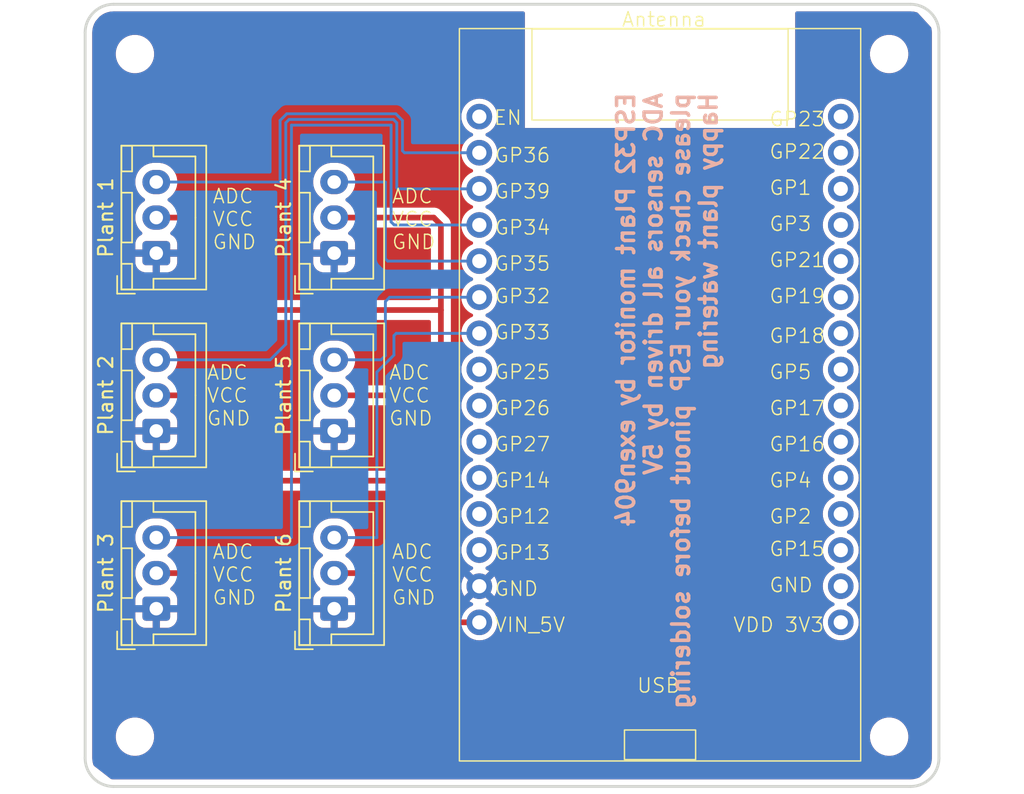
<source format=kicad_pcb>
(kicad_pcb (version 20240108) (generator "pcbnew") (generator_version "8.0")
  (layers (0 "F.Cu" signal) (31 "B.Cu" signal) (34 "B.Paste" user) (35 "F.Paste" user) (36 "B.SilkS" user "B.Silkscreen") (37 "F.SilkS" user "F.Silkscreen") (38 "B.Mask" user) (39 "F.Mask" user) (44 "Edge.Cuts" user))
  (net 0 "")
  (net 1 "/ADC1")
  (net 2 "/GND")
  (net 3 "/VCC")
  (net 4 "/ADC2")
  (net 5 "/ADC3")
  (net 6 "/ADC4")
  (net 29 "/ADC5")
  (net 30 "/ADC6")
  (footprint "Connector_JST:JST_XH_B3B-XH-A_1x03_P2.50mm_Vertical" (layer "F.Cu") (at 125 85 90)
    (property "Reference" "Plant 4" (at 2.5 -3.55 90) (layer "F.SilkS"))
    (property "Value" "Conn_01x03_Pin")
    (fp_line (start -1.6 -2.75) (end -2.85 -2.75) (stroke (width 0.12)) (layer "F.SilkS"))
    (fp_line (start -2.85 -2.75) (end -2.85 -1.5) (stroke (width 0.12)) (layer "F.SilkS"))
    (fp_line (start 7.56 -2.46) (end -2.56 -2.46) (stroke (width 0.12)) (layer "F.SilkS"))
    (fp_line (start -2.56 -2.46) (end -2.56 3.51) (stroke (width 0.12)) (layer "F.SilkS"))
    (fp_line (start 7.55 -2.45) (end 5.75 -2.45) (stroke (width 0.12)) (layer "F.SilkS"))
    (fp_line (start 5.75 -2.45) (end 5.75 -1.7) (stroke (width 0.12)) (layer "F.SilkS"))
    (fp_line (start 4.25 -2.45) (end 0.75 -2.45) (stroke (width 0.12)) (layer "F.SilkS"))
    (fp_line (start 0.75 -2.45) (end 0.75 -1.7) (stroke (width 0.12)) (layer "F.SilkS"))
    (fp_line (start -0.75 -2.45) (end -2.55 -2.45) (stroke (width 0.12)) (layer "F.SilkS"))
    (fp_line (start -2.55 -2.45) (end -2.55 -1.7) (stroke (width 0.12)) (layer "F.SilkS"))
    (fp_line (start 7.55 -1.7) (end 7.55 -2.45) (stroke (width 0.12)) (layer "F.SilkS"))
    (fp_line (start 5.75 -1.7) (end 7.55 -1.7) (stroke (width 0.12)) (layer "F.SilkS"))
    (fp_line (start 4.25 -1.7) (end 4.25 -2.45) (stroke (width 0.12)) (layer "F.SilkS"))
    (fp_line (start 0.75 -1.7) (end 4.25 -1.7) (stroke (width 0.12)) (layer "F.SilkS"))
    (fp_line (start -0.75 -1.7) (end -0.75 -2.45) (stroke (width 0.12)) (layer "F.SilkS"))
    (fp_line (start -2.55 -1.7) (end -0.75 -1.7) (stroke (width 0.12)) (layer "F.SilkS"))
    (fp_line (start 7.55 -0.2) (end 6.8 -0.2) (stroke (width 0.12)) (layer "F.SilkS"))
    (fp_line (start 6.8 -0.2) (end 6.8 2.75) (stroke (width 0.12)) (layer "F.SilkS"))
    (fp_line (start -1.8 -0.2) (end -1.8 2.75) (stroke (width 0.12)) (layer "F.SilkS"))
    (fp_line (start -2.55 -0.2) (end -1.8 -0.2) (stroke (width 0.12)) (layer "F.SilkS"))
    (fp_line (start 6.8 2.75) (end 2.5 2.75) (stroke (width 0.12)) (layer "F.SilkS"))
    (fp_line (start -1.8 2.75) (end 2.5 2.75) (stroke (width 0.12)) (layer "F.SilkS"))
    (fp_line (start 7.56 3.51) (end 7.56 -2.46) (stroke (width 0.12)) (layer "F.SilkS"))
    (fp_line (start -2.56 3.51) (end 7.56 3.51) (stroke (width 0.12)) (layer "F.SilkS"))
    (pad "1" thru_hole roundrect (at 0 0 90) (size 1.7 1.95) (drill 0.95) (layers "*.Cu" "*.Mask") (roundrect_rratio 0.147059) (net 2 "/GND"))
    (pad "2" thru_hole oval (at 2.5 0 90) (size 1.7 1.95) (drill 0.95) (layers "*.Cu" "*.Mask") (net 3 "/VCC"))
    (pad "3" thru_hole oval (at 5 0 90) (size 1.7 1.95) (drill 0.95) (layers "*.Cu" "*.Mask") (net 6 "/ADC4"))
  )
  (footprint "Connector_JST:JST_XH_B3B-XH-A_1x03_P2.50mm_Vertical" (layer "F.Cu") (at 125 110 90)
    (property "Reference" "Plant 6" (at 2.5 -3.55 90) (layer "F.SilkS"))
    (property "Value" "Conn_01x03_Pin")
    (fp_line (start -1.6 -2.75) (end -2.85 -2.75) (stroke (width 0.12)) (layer "F.SilkS"))
    (fp_line (start -2.85 -2.75) (end -2.85 -1.5) (stroke (width 0.12)) (layer "F.SilkS"))
    (fp_line (start 7.56 -2.46) (end -2.56 -2.46) (stroke (width 0.12)) (layer "F.SilkS"))
    (fp_line (start -2.56 -2.46) (end -2.56 3.51) (stroke (width 0.12)) (layer "F.SilkS"))
    (fp_line (start 7.55 -2.45) (end 5.75 -2.45) (stroke (width 0.12)) (layer "F.SilkS"))
    (fp_line (start 5.75 -2.45) (end 5.75 -1.7) (stroke (width 0.12)) (layer "F.SilkS"))
    (fp_line (start 4.25 -2.45) (end 0.75 -2.45) (stroke (width 0.12)) (layer "F.SilkS"))
    (fp_line (start 0.75 -2.45) (end 0.75 -1.7) (stroke (width 0.12)) (layer "F.SilkS"))
    (fp_line (start -0.75 -2.45) (end -2.55 -2.45) (stroke (width 0.12)) (layer "F.SilkS"))
    (fp_line (start -2.55 -2.45) (end -2.55 -1.7) (stroke (width 0.12)) (layer "F.SilkS"))
    (fp_line (start 7.55 -1.7) (end 7.55 -2.45) (stroke (width 0.12)) (layer "F.SilkS"))
    (fp_line (start 5.75 -1.7) (end 7.55 -1.7) (stroke (width 0.12)) (layer "F.SilkS"))
    (fp_line (start 4.25 -1.7) (end 4.25 -2.45) (stroke (width 0.12)) (layer "F.SilkS"))
    (fp_line (start 0.75 -1.7) (end 4.25 -1.7) (stroke (width 0.12)) (layer "F.SilkS"))
    (fp_line (start -0.75 -1.7) (end -0.75 -2.45) (stroke (width 0.12)) (layer "F.SilkS"))
    (fp_line (start -2.55 -1.7) (end -0.75 -1.7) (stroke (width 0.12)) (layer "F.SilkS"))
    (fp_line (start 7.55 -0.2) (end 6.8 -0.2) (stroke (width 0.12)) (layer "F.SilkS"))
    (fp_line (start 6.8 -0.2) (end 6.8 2.75) (stroke (width 0.12)) (layer "F.SilkS"))
    (fp_line (start -1.8 -0.2) (end -1.8 2.75) (stroke (width 0.12)) (layer "F.SilkS"))
    (fp_line (start -2.55 -0.2) (end -1.8 -0.2) (stroke (width 0.12)) (layer "F.SilkS"))
    (fp_line (start 6.8 2.75) (end 2.5 2.75) (stroke (width 0.12)) (layer "F.SilkS"))
    (fp_line (start -1.8 2.75) (end 2.5 2.75) (stroke (width 0.12)) (layer "F.SilkS"))
    (fp_line (start 7.56 3.51) (end 7.56 -2.46) (stroke (width 0.12)) (layer "F.SilkS"))
    (fp_line (start -2.56 3.51) (end 7.56 3.51) (stroke (width 0.12)) (layer "F.SilkS"))
    (pad "1" thru_hole roundrect (at 0 0 90) (size 1.7 1.95) (drill 0.95) (layers "*.Cu" "*.Mask") (roundrect_rratio 0.147059) (net 2 "/GND"))
    (pad "2" thru_hole oval (at 2.5 0 90) (size 1.7 1.95) (drill 0.95) (layers "*.Cu" "*.Mask") (net 3 "/VCC"))
    (pad "3" thru_hole oval (at 5 0 90) (size 1.7 1.95) (drill 0.95) (layers "*.Cu" "*.Mask") (net 30 "/ADC6"))
  )
  (footprint "MountingHole:MountingHole_2.2mm_M2" (layer "F.Cu") (at 111 119)
    (property "Reference" "REF**" (hide yes))
    (property "Value" "MountingHole_2.2mm_M2")
    (pad "" np_thru_hole circle (at 0 0) (size 2.2 2.2) (drill 2.2) (layers "*.Cu" "*.Mask"))
  )
  (footprint "Connector_JST:JST_XH_B3B-XH-A_1x03_P2.50mm_Vertical" (layer "F.Cu") (at 125 97.5 90)
    (property "Reference" "Plant 5" (at 2.5 -3.55 90) (layer "F.SilkS"))
    (property "Value" "Conn_01x03_Pin")
    (fp_line (start -1.6 -2.75) (end -2.85 -2.75) (stroke (width 0.12)) (layer "F.SilkS"))
    (fp_line (start -2.85 -2.75) (end -2.85 -1.5) (stroke (width 0.12)) (layer "F.SilkS"))
    (fp_line (start 7.56 -2.46) (end -2.56 -2.46) (stroke (width 0.12)) (layer "F.SilkS"))
    (fp_line (start -2.56 -2.46) (end -2.56 3.51) (stroke (width 0.12)) (layer "F.SilkS"))
    (fp_line (start 7.55 -2.45) (end 5.75 -2.45) (stroke (width 0.12)) (layer "F.SilkS"))
    (fp_line (start 5.75 -2.45) (end 5.75 -1.7) (stroke (width 0.12)) (layer "F.SilkS"))
    (fp_line (start 4.25 -2.45) (end 0.75 -2.45) (stroke (width 0.12)) (layer "F.SilkS"))
    (fp_line (start 0.75 -2.45) (end 0.75 -1.7) (stroke (width 0.12)) (layer "F.SilkS"))
    (fp_line (start -0.75 -2.45) (end -2.55 -2.45) (stroke (width 0.12)) (layer "F.SilkS"))
    (fp_line (start -2.55 -2.45) (end -2.55 -1.7) (stroke (width 0.12)) (layer "F.SilkS"))
    (fp_line (start 7.55 -1.7) (end 7.55 -2.45) (stroke (width 0.12)) (layer "F.SilkS"))
    (fp_line (start 5.75 -1.7) (end 7.55 -1.7) (stroke (width 0.12)) (layer "F.SilkS"))
    (fp_line (start 4.25 -1.7) (end 4.25 -2.45) (stroke (width 0.12)) (layer "F.SilkS"))
    (fp_line (start 0.75 -1.7) (end 4.25 -1.7) (stroke (width 0.12)) (layer "F.SilkS"))
    (fp_line (start -0.75 -1.7) (end -0.75 -2.45) (stroke (width 0.12)) (layer "F.SilkS"))
    (fp_line (start -2.55 -1.7) (end -0.75 -1.7) (stroke (width 0.12)) (layer "F.SilkS"))
    (fp_line (start 7.55 -0.2) (end 6.8 -0.2) (stroke (width 0.12)) (layer "F.SilkS"))
    (fp_line (start 6.8 -0.2) (end 6.8 2.75) (stroke (width 0.12)) (layer "F.SilkS"))
    (fp_line (start -1.8 -0.2) (end -1.8 2.75) (stroke (width 0.12)) (layer "F.SilkS"))
    (fp_line (start -2.55 -0.2) (end -1.8 -0.2) (stroke (width 0.12)) (layer "F.SilkS"))
    (fp_line (start 6.8 2.75) (end 2.5 2.75) (stroke (width 0.12)) (layer "F.SilkS"))
    (fp_line (start -1.8 2.75) (end 2.5 2.75) (stroke (width 0.12)) (layer "F.SilkS"))
    (fp_line (start 7.56 3.51) (end 7.56 -2.46) (stroke (width 0.12)) (layer "F.SilkS"))
    (fp_line (start -2.56 3.51) (end 7.56 3.51) (stroke (width 0.12)) (layer "F.SilkS"))
    (pad "1" thru_hole roundrect (at 0 0 90) (size 1.7 1.95) (drill 0.95) (layers "*.Cu" "*.Mask") (roundrect_rratio 0.147059) (net 2 "/GND"))
    (pad "2" thru_hole oval (at 2.5 0 90) (size 1.7 1.95) (drill 0.95) (layers "*.Cu" "*.Mask") (net 3 "/VCC"))
    (pad "3" thru_hole oval (at 5 0 90) (size 1.7 1.95) (drill 0.95) (layers "*.Cu" "*.Mask") (net 29 "/ADC5"))
  )
  (footprint "Connector_JST:JST_XH_B3B-XH-A_1x03_P2.50mm_Vertical" (layer "F.Cu") (at 112.5 97.5 90)
    (property "Reference" "Plant 2" (at 2.5 -3.55 90) (layer "F.SilkS"))
    (property "Value" "Conn_01x03_Pin")
    (fp_line (start -1.6 -2.75) (end -2.85 -2.75) (stroke (width 0.12)) (layer "F.SilkS"))
    (fp_line (start -2.85 -2.75) (end -2.85 -1.5) (stroke (width 0.12)) (layer "F.SilkS"))
    (fp_line (start 7.56 -2.46) (end -2.56 -2.46) (stroke (width 0.12)) (layer "F.SilkS"))
    (fp_line (start -2.56 -2.46) (end -2.56 3.51) (stroke (width 0.12)) (layer "F.SilkS"))
    (fp_line (start 7.55 -2.45) (end 5.75 -2.45) (stroke (width 0.12)) (layer "F.SilkS"))
    (fp_line (start 5.75 -2.45) (end 5.75 -1.7) (stroke (width 0.12)) (layer "F.SilkS"))
    (fp_line (start 4.25 -2.45) (end 0.75 -2.45) (stroke (width 0.12)) (layer "F.SilkS"))
    (fp_line (start 0.75 -2.45) (end 0.75 -1.7) (stroke (width 0.12)) (layer "F.SilkS"))
    (fp_line (start -0.75 -2.45) (end -2.55 -2.45) (stroke (width 0.12)) (layer "F.SilkS"))
    (fp_line (start -2.55 -2.45) (end -2.55 -1.7) (stroke (width 0.12)) (layer "F.SilkS"))
    (fp_line (start 7.55 -1.7) (end 7.55 -2.45) (stroke (width 0.12)) (layer "F.SilkS"))
    (fp_line (start 5.75 -1.7) (end 7.55 -1.7) (stroke (width 0.12)) (layer "F.SilkS"))
    (fp_line (start 4.25 -1.7) (end 4.25 -2.45) (stroke (width 0.12)) (layer "F.SilkS"))
    (fp_line (start 0.75 -1.7) (end 4.25 -1.7) (stroke (width 0.12)) (layer "F.SilkS"))
    (fp_line (start -0.75 -1.7) (end -0.75 -2.45) (stroke (width 0.12)) (layer "F.SilkS"))
    (fp_line (start -2.55 -1.7) (end -0.75 -1.7) (stroke (width 0.12)) (layer "F.SilkS"))
    (fp_line (start 7.55 -0.2) (end 6.8 -0.2) (stroke (width 0.12)) (layer "F.SilkS"))
    (fp_line (start 6.8 -0.2) (end 6.8 2.75) (stroke (width 0.12)) (layer "F.SilkS"))
    (fp_line (start -1.8 -0.2) (end -1.8 2.75) (stroke (width 0.12)) (layer "F.SilkS"))
    (fp_line (start -2.55 -0.2) (end -1.8 -0.2) (stroke (width 0.12)) (layer "F.SilkS"))
    (fp_line (start 6.8 2.75) (end 2.5 2.75) (stroke (width 0.12)) (layer "F.SilkS"))
    (fp_line (start -1.8 2.75) (end 2.5 2.75) (stroke (width 0.12)) (layer "F.SilkS"))
    (fp_line (start 7.56 3.51) (end 7.56 -2.46) (stroke (width 0.12)) (layer "F.SilkS"))
    (fp_line (start -2.56 3.51) (end 7.56 3.51) (stroke (width 0.12)) (layer "F.SilkS"))
    (pad "1" thru_hole roundrect (at 0 0 90) (size 1.7 1.95) (drill 0.95) (layers "*.Cu" "*.Mask") (roundrect_rratio 0.147059) (net 2 "/GND"))
    (pad "2" thru_hole oval (at 2.5 0 90) (size 1.7 1.95) (drill 0.95) (layers "*.Cu" "*.Mask") (net 3 "/VCC"))
    (pad "3" thru_hole oval (at 5 0 90) (size 1.7 1.95) (drill 0.95) (layers "*.Cu" "*.Mask") (net 4 "/ADC2"))
  )
  (footprint "1_custom_footprints_Library:ESP32_NodeMCU" (layer "F.Cu") (at 147.9 90.64)
    (property "Reference" "NodeMCU_32S1" (hide yes))
    (property "Value" "~" (hide yes))
    (fp_rect (start -14.1 -21.432) (end 14.1 30.068) (stroke (width 0.1)) (fill none) (layer "F.SilkS"))
    (fp_rect (start -9 -21.4) (end 9 -15) (stroke (width 0.1)) (fill none) (layer "F.SilkS"))
    (fp_rect (start -2.5 27.8892) (end 2.5 29.972) (stroke (width 0.1)) (fill none) (layer "F.SilkS"))
    (fp_text user "VDD 3V3" (at 5.08 21.082 0) (layer "F.SilkS") (effects (font (thickness 0.1)) (justify left bottom)))
    (fp_text user "GP19" (at 7.62 -2.032 0) (layer "F.SilkS") (effects (font (thickness 0.1)) (justify left bottom)))
    (fp_text user "GND" (at 7.62 18.288 0) (layer "F.SilkS") (effects (font (thickness 0.1)) (justify left bottom)))
    (fp_text user "GP4" (at 7.62 10.922 0) (layer "F.SilkS") (effects (font (thickness 0.1)) (justify left bottom)))
    (fp_text user "GP5" (at 7.62 3.302 0) (layer "F.SilkS") (effects (font (thickness 0.1)) (justify left bottom)))
    (fp_text user "GP3" (at 7.62 -7.112 0) (layer "F.SilkS") (effects (font (thickness 0.1)) (justify left bottom)))
    (fp_text user "GP2" (at 7.62 13.462 0) (layer "F.SilkS") (effects (font (thickness 0.1)) (justify left bottom)))
    (fp_text user "GP16" (at 7.62 8.382 0) (layer "F.SilkS") (effects (font (thickness 0.1)) (justify left bottom)))
    (fp_text user "GP35" (at -11.684 -4.318 0) (layer "F.SilkS") (effects (font (thickness 0.1)) (justify left bottom)))
    (fp_text user "GND" (at -11.684 18.542 0) (layer "F.SilkS") (effects (font (thickness 0.1)) (justify left bottom)))
    (fp_text user "GP17" (at 7.62 5.842 0) (layer "F.SilkS") (effects (font (thickness 0.1)) (justify left bottom)))
    (fp_text user "USB" (at -1.6764 25.3492 0) (layer "F.SilkS") (effects (font (thickness 0.1)) (justify left bottom)))
    (fp_text user "GP15" (at 7.62 15.748 0) (layer "F.SilkS") (effects (font (thickness 0.1)) (justify left bottom)))
    (fp_text user "GP21" (at 7.62 -4.572 0) (layer "F.SilkS") (effects (font (thickness 0.1)) (justify left bottom)))
    (fp_text user "GP32" (at -11.684 -2.032 0) (layer "F.SilkS") (effects (font (thickness 0.1)) (justify left bottom)))
    (fp_text user "GP25" (at -11.684 3.302 0) (layer "F.SilkS") (effects (font (thickness 0.1)) (justify left bottom)))
    (fp_text user "GP34" (at -11.684 -6.858 0) (layer "F.SilkS") (effects (font (thickness 0.1)) (justify left bottom)))
    (fp_text user "VIN_5V" (at -11.684 21.082 0) (layer "F.SilkS") (effects (font (thickness 0.1)) (justify left bottom)))
    (fp_text user "GP39" (at -11.684 -9.398 0) (layer "F.SilkS") (effects (font (thickness 0.1)) (justify left bottom)))
    (fp_text user "GP27" (at -11.684 8.382 0) (layer "F.SilkS") (effects (font (thickness 0.1)) (justify left bottom)))
    (fp_text user "GP13" (at -11.684 16.002 0) (layer "F.SilkS") (effects (font (thickness 0.1)) (justify left bottom)))
    (fp_text user "GP18" (at 7.62 0.762 0) (layer "F.SilkS") (effects (font (thickness 0.1)) (justify left bottom)))
    (fp_text user "GP12" (at -11.684 13.462 0) (layer "F.SilkS") (effects (font (thickness 0.1)) (justify left bottom)))
    (fp_text user "Antenna" (at -2.7432 -21.4884 0) (layer "F.SilkS") (effects (font (thickness 0.1)) (justify left bottom)))
    (fp_text user "GP1" (at 7.62 -9.652 0) (layer "F.SilkS") (effects (font (thickness 0.1)) (justify left bottom)))
    (fp_text user "GP23" (at 7.62 -14.478 0) (layer "F.SilkS") (effects (font (thickness 0.1)) (justify left bottom)))
    (fp_text user "GP36" (at -11.684 -11.938 0) (layer "F.SilkS") (effects (font (thickness 0.1)) (justify left bottom)))
    (fp_text user "GP33" (at -11.684 0.508 0) (layer "F.SilkS") (effects (font (thickness 0.1)) (justify left bottom)))
    (fp_text user "GP22" (at 7.62 -12.192 0) (layer "F.SilkS") (effects (font (thickness 0.1)) (justify left bottom)))
    (fp_text user "EN" (at -11.7348 -14.5796 0) (layer "F.SilkS") (effects (font (thickness 0.1)) (justify left bottom)))
    (fp_text user "GP14" (at -11.684 10.922 0) (layer "F.SilkS") (effects (font (thickness 0.1)) (justify left bottom)))
    (fp_text user "GP26" (at -11.684 5.842 0) (layer "F.SilkS") (effects (font (thickness 0.1)) (justify left bottom)))
    (pad "1" thru_hole circle (at -12.7 20.32) (size 1.8 1.8) (drill 1) (layers "*.Cu" "*.Mask") (net 3 "/VCC"))
    (pad "2" thru_hole circle (at -12.7 17.78) (size 1.8 1.8) (drill 1) (layers "*.Cu" "*.Mask") (net 2 "/GND"))
    (pad "3" thru_hole circle (at -12.7 15.24) (size 1.8 1.8) (drill 1) (layers "*.Cu" "*.Mask"))
    (pad "4" thru_hole circle (at -12.7 12.7) (size 1.8 1.8) (drill 1) (layers "*.Cu" "*.Mask"))
    (pad "5" thru_hole circle (at -12.7 10.16) (size 1.8 1.8) (drill 1) (layers "*.Cu" "*.Mask"))
    (pad "6" thru_hole circle (at -12.7 7.62) (size 1.8 1.8) (drill 1) (layers "*.Cu" "*.Mask"))
    (pad "7" thru_hole circle (at -12.7 5.08) (size 1.8 1.8) (drill 1) (layers "*.Cu" "*.Mask"))
    (pad "8" thru_hole circle (at -12.7 2.54) (size 1.8 1.8) (drill 1) (layers "*.Cu" "*.Mask"))
    (pad "9" thru_hole circle (at -12.7 0) (size 1.8 1.8) (drill 1) (layers "*.Cu" "*.Mask") (net 30 "/ADC6"))
    (pad "10" thru_hole circle (at -12.7 -2.54) (size 1.8 1.8) (drill 1) (layers "*.Cu" "*.Mask") (net 29 "/ADC5"))
    (pad "11" thru_hole circle (at -12.7 -5.08) (size 1.8 1.8) (drill 1) (layers "*.Cu" "*.Mask") (net 6 "/ADC4"))
    (pad "12" thru_hole circle (at -12.7 -7.62) (size 1.8 1.8) (drill 1) (layers "*.Cu" "*.Mask") (net 5 "/ADC3"))
    (pad "13" thru_hole circle (at -12.7 -10.16) (size 1.8 1.8) (drill 1) (layers "*.Cu" "*.Mask") (net 4 "/ADC2"))
    (pad "14" thru_hole circle (at -12.7 -12.7) (size 1.8 1.8) (drill 1) (layers "*.Cu" "*.Mask") (net 1 "/ADC1"))
    (pad "15" thru_hole circle (at -12.7 -15.24) (size 1.8 1.8) (drill 1) (layers "*.Cu" "*.Mask"))
    (pad "16" thru_hole circle (at 12.7 20.32) (size 1.8 1.8) (drill 1) (layers "*.Cu" "*.Mask"))
    (pad "17" thru_hole circle (at 12.7 17.78) (size 1.8 1.8) (drill 1) (layers "*.Cu" "*.Mask"))
    (pad "18" thru_hole circle (at 12.7 15.24) (size 1.8 1.8) (drill 1) (layers "*.Cu" "*.Mask"))
    (pad "19" thru_hole circle (at 12.7 12.7) (size 1.8 1.8) (drill 1) (layers "*.Cu" "*.Mask"))
    (pad "20" thru_hole circle (at 12.7 10.16) (size 1.8 1.8) (drill 1) (layers "*.Cu" "*.Mask"))
    (pad "21" thru_hole circle (at 12.7 7.62) (size 1.8 1.8) (drill 1) (layers "*.Cu" "*.Mask"))
    (pad "22" thru_hole circle (at 12.7 5.08) (size 1.8 1.8) (drill 1) (layers "*.Cu" "*.Mask"))
    (pad "23" thru_hole circle (at 12.7 2.54) (size 1.8 1.8) (drill 1) (layers "*.Cu" "*.Mask"))
    (pad "24" thru_hole circle (at 12.7 0) (size 1.8 1.8) (drill 1) (layers "*.Cu" "*.Mask"))
    (pad "25" thru_hole circle (at 12.7 -2.54) (size 1.8 1.8) (drill 1) (layers "*.Cu" "*.Mask"))
    (pad "26" thru_hole circle (at 12.7 -5.08) (size 1.8 1.8) (drill 1) (layers "*.Cu" "*.Mask"))
    (pad "27" thru_hole circle (at 12.7 -7.62) (size 1.8 1.8) (drill 1) (layers "*.Cu" "*.Mask"))
    (pad "28" thru_hole circle (at 12.7 -10.16) (size 1.8 1.8) (drill 1) (layers "*.Cu" "*.Mask"))
    (pad "29" thru_hole circle (at 12.7 -12.7) (size 1.8 1.8) (drill 1) (layers "*.Cu" "*.Mask"))
    (pad "30" thru_hole circle (at 12.7 -15.24) (size 1.8 1.8) (drill 1) (layers "*.Cu" "*.Mask"))
  )
  (footprint "MountingHole:MountingHole_2.2mm_M2" (layer "F.Cu") (at 164 71)
    (property "Reference" "REF**" (hide yes))
    (property "Value" "MountingHole_2.2mm_M2")
    (pad "" np_thru_hole circle (at 0 0) (size 2.2 2.2) (drill 2.2) (layers "*.Cu" "*.Mask"))
  )
  (footprint "Connector_JST:JST_XH_B3B-XH-A_1x03_P2.50mm_Vertical" (layer "F.Cu") (at 112.5 85 90)
    (property "Reference" "Plant 1" (at 2.5 -3.55 90) (layer "F.SilkS"))
    (property "Value" "Conn_01x03_Pin")
    (fp_line (start -1.6 -2.75) (end -2.85 -2.75) (stroke (width 0.12)) (layer "F.SilkS"))
    (fp_line (start -2.85 -2.75) (end -2.85 -1.5) (stroke (width 0.12)) (layer "F.SilkS"))
    (fp_line (start 7.56 -2.46) (end -2.56 -2.46) (stroke (width 0.12)) (layer "F.SilkS"))
    (fp_line (start -2.56 -2.46) (end -2.56 3.51) (stroke (width 0.12)) (layer "F.SilkS"))
    (fp_line (start 7.55 -2.45) (end 5.75 -2.45) (stroke (width 0.12)) (layer "F.SilkS"))
    (fp_line (start 5.75 -2.45) (end 5.75 -1.7) (stroke (width 0.12)) (layer "F.SilkS"))
    (fp_line (start 4.25 -2.45) (end 0.75 -2.45) (stroke (width 0.12)) (layer "F.SilkS"))
    (fp_line (start 0.75 -2.45) (end 0.75 -1.7) (stroke (width 0.12)) (layer "F.SilkS"))
    (fp_line (start -0.75 -2.45) (end -2.55 -2.45) (stroke (width 0.12)) (layer "F.SilkS"))
    (fp_line (start -2.55 -2.45) (end -2.55 -1.7) (stroke (width 0.12)) (layer "F.SilkS"))
    (fp_line (start 7.55 -1.7) (end 7.55 -2.45) (stroke (width 0.12)) (layer "F.SilkS"))
    (fp_line (start 5.75 -1.7) (end 7.55 -1.7) (stroke (width 0.12)) (layer "F.SilkS"))
    (fp_line (start 4.25 -1.7) (end 4.25 -2.45) (stroke (width 0.12)) (layer "F.SilkS"))
    (fp_line (start 0.75 -1.7) (end 4.25 -1.7) (stroke (width 0.12)) (layer "F.SilkS"))
    (fp_line (start -0.75 -1.7) (end -0.75 -2.45) (stroke (width 0.12)) (layer "F.SilkS"))
    (fp_line (start -2.55 -1.7) (end -0.75 -1.7) (stroke (width 0.12)) (layer "F.SilkS"))
    (fp_line (start 7.55 -0.2) (end 6.8 -0.2) (stroke (width 0.12)) (layer "F.SilkS"))
    (fp_line (start 6.8 -0.2) (end 6.8 2.75) (stroke (width 0.12)) (layer "F.SilkS"))
    (fp_line (start -1.8 -0.2) (end -1.8 2.75) (stroke (width 0.12)) (layer "F.SilkS"))
    (fp_line (start -2.55 -0.2) (end -1.8 -0.2) (stroke (width 0.12)) (layer "F.SilkS"))
    (fp_line (start 6.8 2.75) (end 2.5 2.75) (stroke (width 0.12)) (layer "F.SilkS"))
    (fp_line (start -1.8 2.75) (end 2.5 2.75) (stroke (width 0.12)) (layer "F.SilkS"))
    (fp_line (start 7.56 3.51) (end 7.56 -2.46) (stroke (width 0.12)) (layer "F.SilkS"))
    (fp_line (start -2.56 3.51) (end 7.56 3.51) (stroke (width 0.12)) (layer "F.SilkS"))
    (pad "1" thru_hole roundrect (at 0 0 90) (size 1.7 1.95) (drill 0.95) (layers "*.Cu" "*.Mask") (roundrect_rratio 0.147059) (net 2 "/GND"))
    (pad "2" thru_hole oval (at 2.5 0 90) (size 1.7 1.95) (drill 0.95) (layers "*.Cu" "*.Mask") (net 3 "/VCC"))
    (pad "3" thru_hole oval (at 5 0 90) (size 1.7 1.95) (drill 0.95) (layers "*.Cu" "*.Mask") (net 1 "/ADC1"))
  )
  (footprint "Connector_JST:JST_XH_B3B-XH-A_1x03_P2.50mm_Vertical" (layer "F.Cu") (at 112.5 110 90)
    (property "Reference" "Plant 3" (at 2.5 -3.55 90) (layer "F.SilkS"))
    (property "Value" "Conn_01x03_Pin")
    (fp_line (start -1.6 -2.75) (end -2.85 -2.75) (stroke (width 0.12)) (layer "F.SilkS"))
    (fp_line (start -2.85 -2.75) (end -2.85 -1.5) (stroke (width 0.12)) (layer "F.SilkS"))
    (fp_line (start 7.56 -2.46) (end -2.56 -2.46) (stroke (width 0.12)) (layer "F.SilkS"))
    (fp_line (start -2.56 -2.46) (end -2.56 3.51) (stroke (width 0.12)) (layer "F.SilkS"))
    (fp_line (start 7.55 -2.45) (end 5.75 -2.45) (stroke (width 0.12)) (layer "F.SilkS"))
    (fp_line (start 5.75 -2.45) (end 5.75 -1.7) (stroke (width 0.12)) (layer "F.SilkS"))
    (fp_line (start 4.25 -2.45) (end 0.75 -2.45) (stroke (width 0.12)) (layer "F.SilkS"))
    (fp_line (start 0.75 -2.45) (end 0.75 -1.7) (stroke (width 0.12)) (layer "F.SilkS"))
    (fp_line (start -0.75 -2.45) (end -2.55 -2.45) (stroke (width 0.12)) (layer "F.SilkS"))
    (fp_line (start -2.55 -2.45) (end -2.55 -1.7) (stroke (width 0.12)) (layer "F.SilkS"))
    (fp_line (start 7.55 -1.7) (end 7.55 -2.45) (stroke (width 0.12)) (layer "F.SilkS"))
    (fp_line (start 5.75 -1.7) (end 7.55 -1.7) (stroke (width 0.12)) (layer "F.SilkS"))
    (fp_line (start 4.25 -1.7) (end 4.25 -2.45) (stroke (width 0.12)) (layer "F.SilkS"))
    (fp_line (start 0.75 -1.7) (end 4.25 -1.7) (stroke (width 0.12)) (layer "F.SilkS"))
    (fp_line (start -0.75 -1.7) (end -0.75 -2.45) (stroke (width 0.12)) (layer "F.SilkS"))
    (fp_line (start -2.55 -1.7) (end -0.75 -1.7) (stroke (width 0.12)) (layer "F.SilkS"))
    (fp_line (start 7.55 -0.2) (end 6.8 -0.2) (stroke (width 0.12)) (layer "F.SilkS"))
    (fp_line (start 6.8 -0.2) (end 6.8 2.75) (stroke (width 0.12)) (layer "F.SilkS"))
    (fp_line (start -1.8 -0.2) (end -1.8 2.75) (stroke (width 0.12)) (layer "F.SilkS"))
    (fp_line (start -2.55 -0.2) (end -1.8 -0.2) (stroke (width 0.12)) (layer "F.SilkS"))
    (fp_line (start 6.8 2.75) (end 2.5 2.75) (stroke (width 0.12)) (layer "F.SilkS"))
    (fp_line (start -1.8 2.75) (end 2.5 2.75) (stroke (width 0.12)) (layer "F.SilkS"))
    (fp_line (start 7.56 3.51) (end 7.56 -2.46) (stroke (width 0.12)) (layer "F.SilkS"))
    (fp_line (start -2.56 3.51) (end 7.56 3.51) (stroke (width 0.12)) (layer "F.SilkS"))
    (pad "1" thru_hole roundrect (at 0 0 90) (size 1.7 1.95) (drill 0.95) (layers "*.Cu" "*.Mask") (roundrect_rratio 0.147059) (net 2 "/GND"))
    (pad "2" thru_hole oval (at 2.5 0 90) (size 1.7 1.95) (drill 0.95) (layers "*.Cu" "*.Mask") (net 3 "/VCC"))
    (pad "3" thru_hole oval (at 5 0 90) (size 1.7 1.95) (drill 0.95) (layers "*.Cu" "*.Mask") (net 5 "/ADC3"))
  )
  (footprint "MountingHole:MountingHole_2.2mm_M2" (layer "F.Cu") (at 164 119)
    (property "Reference" "REF**" (hide yes))
    (property "Value" "MountingHole_2.2mm_M2")
    (pad "" np_thru_hole circle (at 0 0) (size 2.2 2.2) (drill 2.2) (layers "*.Cu" "*.Mask"))
  )
  (footprint "MountingHole:MountingHole_2.2mm_M2" (layer "F.Cu") (at 111 71)
    (property "Reference" "REF**" (hide yes))
    (property "Value" "MountingHole_2.2mm_M2")
    (pad "" np_thru_hole circle (at 0 0) (size 2.2 2.2) (drill 2.2) (layers "*.Cu" "*.Mask"))
  )
  (gr_arc (start 165.5 67.5) (mid 166.914214 68.085786) (end 167.5 69.5) (stroke (width 0.2)) (layer "Edge.Cuts"))
  (gr_arc (start 109.5 122.5) (mid 108.085786 121.914214) (end 107.5 120.5) (stroke (width 0.2)) (layer "Edge.Cuts"))
  (gr_arc (start 107.5 69.5) (mid 108.085786 68.085786) (end 109.5 67.5) (stroke (width 0.2)) (layer "Edge.Cuts"))
  (gr_arc (start 167.5 120.5) (mid 166.914214 121.914214) (end 165.5 122.5) (stroke (width 0.2)) (layer "Edge.Cuts"))
  (gr_line (start 109.5 67.5) (end 165.5 67.5) (stroke (width 0.2)) (layer "Edge.Cuts"))
  (gr_line (start 107.5 120.5) (end 107.5 69.5) (stroke (width 0.2)) (layer "Edge.Cuts"))
  (gr_line (start 167.5 69.5) (end 167.5 120.5) (stroke (width 0.2)) (layer "Edge.Cuts"))
  (gr_line (start 165.5 122.5) (end 109.5 122.5) (stroke (width 0.2)) (layer "Edge.Cuts"))
  (gr_text "ESP32 Plant monitor by exen904\nADC sensors all driven by 5V\nplease check your ESP pinout before soldering\nHappy plant watering" (at 152 73.6 90) (layer "B.SilkS") (effects (font (size 1.2 1.2) (thickness 0.25) (bold yes)) (justify left bottom mirror)))
  (gr_text "ADC\nVCC\nGND" (at 128.8 97.2 0) (layer "F.SilkS") (effects (font (size 1 1) (thickness 0.1)) (justify left bottom)))
  (gr_text "ADC\nVCC\nGND" (at 129 84.8 0) (layer "F.SilkS") (effects (font (size 1 1) (thickness 0.1)) (justify left bottom)))
  (gr_text "ADC\nVCC\nGND" (at 116.4 84.8 0) (layer "F.SilkS") (effects (font (size 1 1) (thickness 0.1)) (justify left bottom)))
  (gr_text "ADC\nVCC\nGND" (at 129 109.8 0) (layer "F.SilkS") (effects (font (size 1 1) (thickness 0.1)) (justify left bottom)))
  (gr_text "ADC\nVCC\nGND" (at 116.4 109.8 0) (layer "F.SilkS") (effects (font (size 1 1) (thickness 0.1)) (justify left bottom)))
  (gr_text "ADC\nVCC\nGND" (at 116 97.2 0) (layer "F.SilkS") (effects (font (size 1 1) (thickness 0.1)) (justify left bottom)))
  (segment (start 129.8 75.668629) (end 129.8 77.8) (width 0.2) (layer "B.Cu") (net 1))
  (segment (start 135.2 77.94) (end 129.94 77.94) (width 0.2) (layer "B.Cu") (net 1))
  (segment (start 129.331371 75.2) (end 129.8 75.668629) (width 0.2) (layer "B.Cu") (net 1))
  (segment (start 121.2 75.668629) (end 121.668629 75.2) (width 0.2) (layer "B.Cu") (net 1))
  (segment (start 121.668629 75.2) (end 129.331371 75.2) (width 0.2) (layer "B.Cu") (net 1))
  (segment (start 129.94 77.94) (end 129.8 77.8) (width 0.2) (layer "B.Cu") (net 1))
  (segment (start 121.2 80) (end 121.2 75.668629) (width 0.2) (layer "B.Cu") (net 1))
  (segment (start 112.5 80) (end 121.2 80) (width 0.2) (layer "B.Cu") (net 1))
  (segment (start 118.5 107.5) (end 119 108) (width 0.4) (layer "F.Cu") (net 3))
  (segment (start 132.5 114.9) (end 132.5 111) (width 0.4) (layer "F.Cu") (net 3))
  (segment (start 132.54 110.96) (end 132.5 111) (width 0.2) (layer "F.Cu") (net 3))
  (segment (start 120 115) (end 132.4 115) (width 0.4) (layer "F.Cu") (net 3))
  (segment (start 118.5 82.5) (end 119 83) (width 0.4) (layer "F.Cu") (net 3))
  (segment (start 112.5 107.5) (end 118.5 107.5) (width 0.4) (layer "F.Cu") (net 3))
  (segment (start 132.5 111) (end 132.5 107.5) (width 0.4) (layer "F.Cu") (net 3))
  (segment (start 132.5 95) (end 125 95) (width 0.4) (layer "F.Cu") (net 3))
  (segment (start 132.5 83) (end 132 82.5) (width 0.4) (layer "F.Cu") (net 3))
  (segment (start 120 101) (end 132.5 101) (width 0.4) (layer "F.Cu") (net 3))
  (segment (start 120 89) (end 132.5 89) (width 0.4) (layer "F.Cu") (net 3))
  (segment (start 132.4 115) (end 132.5 114.9) (width 0.2) (layer "F.Cu") (net 3))
  (segment (start 112.5 82.5) (end 118.5 82.5) (width 0.4) (layer "F.Cu") (net 3))
  (segment (start 119 108) (end 119 114) (width 0.4) (layer "F.Cu") (net 3))
  (segment (start 135.2 110.96) (end 132.54 110.96) (width 0.4) (layer "F.Cu") (net 3))
  (segment (start 119 114) (end 120 115) (width 0.4) (layer "F.Cu") (net 3))
  (segment (start 119 83) (end 119 88) (width 0.4) (layer "F.Cu") (net 3))
  (segment (start 125 107.5) (end 132.5 107.5) (width 0.4) (layer "F.Cu") (net 3))
  (segment (start 132.5 101) (end 132.5 95) (width 0.4) (layer "F.Cu") (net 3))
  (segment (start 119 100) (end 120 101) (width 0.4) (layer "F.Cu") (net 3))
  (segment (start 132.5 89) (end 132.5 83) (width 0.4) (layer "F.Cu") (net 3))
  (segment (start 132 82.5) (end 125 82.5) (width 0.4) (layer "F.Cu") (net 3))
  (segment (start 132.5 95) (end 132.5 89) (width 0.4) (layer "F.Cu") (net 3))
  (segment (start 112.5 95) (end 118 95) (width 0.4) (layer "F.Cu") (net 3))
  (segment (start 118 95) (end 119 96) (width 0.4) (layer "F.Cu") (net 3))
  (segment (start 119 96) (end 119 100) (width 0.4) (layer "F.Cu") (net 3))
  (segment (start 119 88) (end 120 89) (width 0.4) (layer "F.Cu") (net 3))
  (segment (start 112.65 82.65) (end 112.5 82.5) (width 0.2) (layer "F.Cu") (net 3))
  (segment (start 132.5 107.5) (end 132.5 101) (width 0.4) (layer "F.Cu") (net 3))
  (segment (start 121.6 75.834315) (end 121.834315 75.6) (width 0.2) (layer "B.Cu") (net 4))
  (segment (start 129.165685 75.6) (end 129.4 75.834315) (width 0.2) (layer "B.Cu") (net 4))
  (segment (start 112.5 92.5) (end 120.5 92.5) (width 0.2) (layer "B.Cu") (net 4))
  (segment (start 121.834315 75.6) (end 129.165685 75.6) (width 0.2) (layer "B.Cu") (net 4))
  (segment (start 129.48 80.48) (end 129.4 80.4) (width 0.2) (layer "B.Cu") (net 4))
  (segment (start 120.5 92.5) (end 121.6 91.4) (width 0.2) (layer "B.Cu") (net 4))
  (segment (start 121.6 91.4) (end 121.6 75.834315) (width 0.2) (layer "B.Cu") (net 4))
  (segment (start 129.4 75.834315) (end 129.4 80.4) (width 0.2) (layer "B.Cu") (net 4))
  (segment (start 135.2 80.48) (end 129.48 80.48) (width 0.2) (layer "B.Cu") (net 4))
  (segment (start 122 76) (end 129 76) (width 0.2) (layer "B.Cu") (net 5))
  (segment (start 122 105) (end 122 76) (width 0.2) (layer "B.Cu") (net 5))
  (segment (start 129 76) (end 129 82.8) (width 0.2) (layer "B.Cu") (net 5))
  (segment (start 135.2 83.02) (end 129.22 83.02) (width 0.2) (layer "B.Cu") (net 5))
  (segment (start 129.22 83.02) (end 129 82.8) (width 0.2) (layer "B.Cu") (net 5))
  (segment (start 112.5 105) (end 122 105) (width 0.2) (layer "B.Cu") (net 5))
  (segment (start 128.6 80) (end 128.6 85.4) (width 0.2) (layer "B.Cu") (net 6))
  (segment (start 128.76 85.56) (end 128.6 85.4) (width 0.2) (layer "B.Cu") (net 6))
  (segment (start 135.2 85.56) (end 128.76 85.56) (width 0.2) (layer "B.Cu") (net 6))
  (segment (start 125 80) (end 128.6 80) (width 0.2) (layer "B.Cu") (net 6))
  (segment (start 128.3 92.5) (end 125 92.5) (width 0.2) (layer "B.Cu") (net 29))
  (segment (start 128.6 92.2) (end 128.3 92.5) (width 0.2) (layer "B.Cu") (net 29))
  (segment (start 128.6 88.4) (end 128.6 92.2) (width 0.2) (layer "B.Cu") (net 29))
  (segment (start 128.9 88.1) (end 128.6 88.4) (width 0.2) (layer "B.Cu") (net 29))
  (segment (start 135.2 88.1) (end 128.9 88.1) (width 0.2) (layer "B.Cu") (net 29))
  (segment (start 129.2 92.165685) (end 128 93.365685) (width 0.2) (layer "B.Cu") (net 30))
  (segment (start 129.36 90.64) (end 129.2 90.8) (width 0.2) (layer "B.Cu") (net 30))
  (segment (start 128 93.365685) (end 128 105) (width 0.2) (layer "B.Cu") (net 30))
  (segment (start 128 105) (end 125 105) (width 0.2) (layer "B.Cu") (net 30))
  (segment (start 135.2 90.64) (end 129.36 90.64) (width 0.2) (layer "B.Cu") (net 30))
  (segment (start 129.2 90.8) (end 129.2 92.165685) (width 0.2) (layer "B.Cu") (net 30))
  (zone (net 2) (net_name "/GND") (layers "F&B.Cu") (connect_pads (clearance 0.5)) (min_thickness 0.25) (fill yes (thermal_gap 0.5) (thermal_bridge_width 0.5))
    (polygon (pts (xy 107.8 69.2) (xy 109 67.8) (xy 137.6 67.8) (xy 152.245489 67.75) (xy 165.8 67.875) (xy 167.2 69.4) (xy 166.995489 121) (xy 165.995489 122) (xy 136.745489 122.25) (xy 109.6 122.2) (xy 107.8 120.8)))
  )
  (zone (net 0) (net_name "") (layers "F&B.Cu") (name "Keep out") (connect_pads (clearance 0)) (min_thickness 0.25)
    (keepout (tracks not_allowed) (vias not_allowed) (pads not_allowed) (copperpour not_allowed) (footprints not_allowed))
    (fill (thermal_gap 0.5) (thermal_bridge_width 0.5))
    (polygon (pts (xy 157.4 67.2) (xy 157.4 76.2) (xy 138.4 76.2) (xy 138.4 67.2)))
  )
)
</source>
